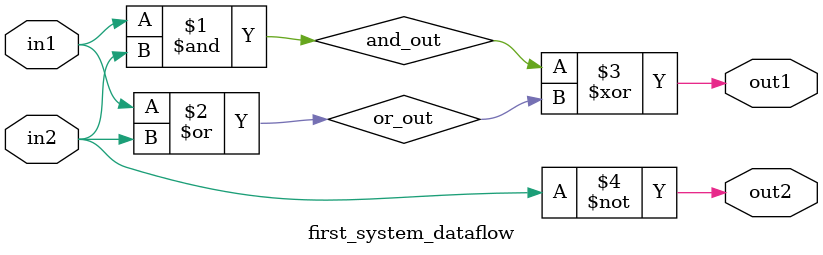
<source format=v>
`timescale 1ns / 1ps


module first_system_dataflow(out1,out2,in1,in2);

//port definition
input in1,in2;
output out1,out2;

//description of the digital system
//dataflow modeling

wire and_out,or_out;

assign and_out = in1 & in2;
assign or_out = in1 | in2 ;
assign out1 = and_out ^ or_out;
assign out2 = ~in2;


endmodule

</source>
